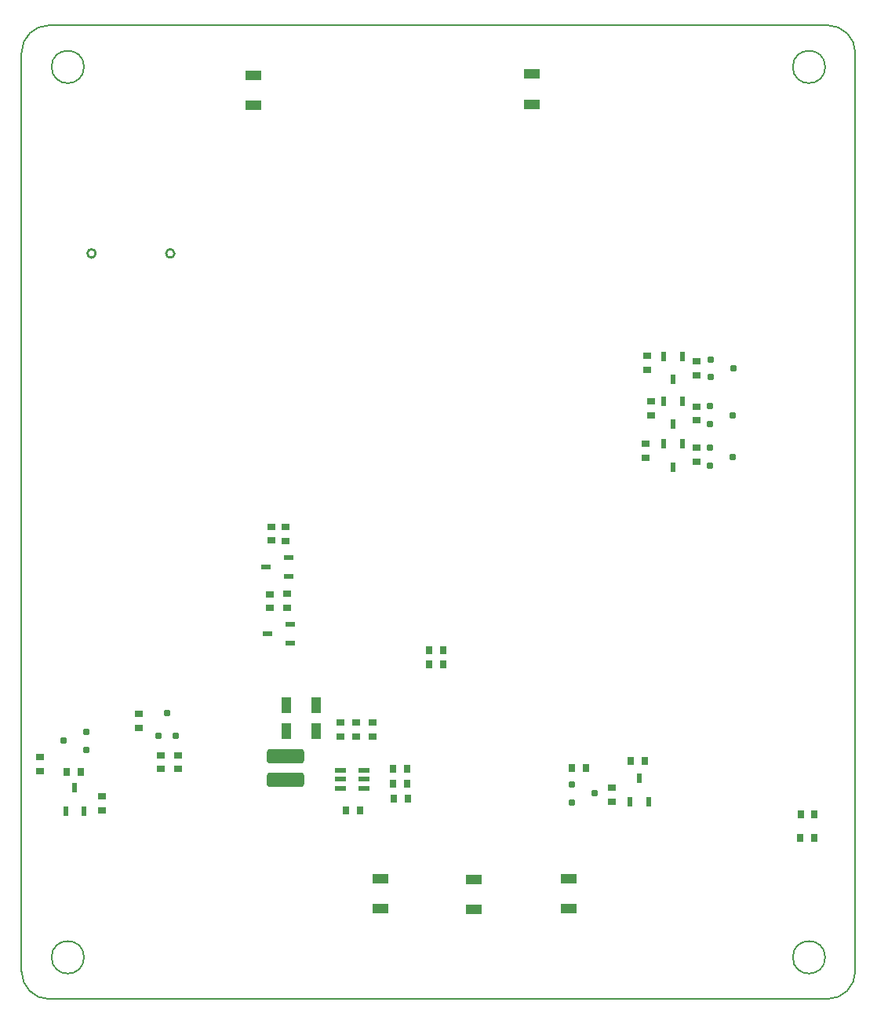
<source format=gbp>
%FSLAX25Y25*%
%MOIN*%
G70*
G01*
G75*
G04 Layer_Color=128*
%ADD10C,0.00800*%
%ADD11C,0.01000*%
%ADD12C,0.02000*%
%ADD13C,0.01200*%
%ADD14C,0.02000*%
%ADD15R,0.05906X0.05906*%
%ADD16R,0.02756X0.03347*%
%ADD17R,0.03347X0.02756*%
%ADD18R,0.03937X0.02362*%
G04:AMPARAMS|DCode=19|XSize=39.37mil|YSize=41.34mil|CornerRadius=5.91mil|HoleSize=0mil|Usage=FLASHONLY|Rotation=180.000|XOffset=0mil|YOffset=0mil|HoleType=Round|Shape=RoundedRectangle|*
%AMROUNDEDRECTD19*
21,1,0.03937,0.02953,0,0,180.0*
21,1,0.02756,0.04134,0,0,180.0*
1,1,0.01181,-0.01378,0.01476*
1,1,0.01181,0.01378,0.01476*
1,1,0.01181,0.01378,-0.01476*
1,1,0.01181,-0.01378,-0.01476*
%
%ADD19ROUNDEDRECTD19*%
G04:AMPARAMS|DCode=20|XSize=41.34mil|YSize=86.61mil|CornerRadius=6.2mil|HoleSize=0mil|Usage=FLASHONLY|Rotation=180.000|XOffset=0mil|YOffset=0mil|HoleType=Round|Shape=RoundedRectangle|*
%AMROUNDEDRECTD20*
21,1,0.04134,0.07421,0,0,180.0*
21,1,0.02894,0.08661,0,0,180.0*
1,1,0.01240,-0.01447,0.03711*
1,1,0.01240,0.01447,0.03711*
1,1,0.01240,0.01447,-0.03711*
1,1,0.01240,-0.01447,-0.03711*
%
%ADD20ROUNDEDRECTD20*%
%ADD21R,0.07874X0.07874*%
%ADD22R,0.07087X0.03937*%
%ADD23R,0.02000X0.05000*%
%ADD24R,0.02362X0.03937*%
%ADD25R,0.07874X0.07874*%
%ADD26R,0.02559X0.05315*%
%ADD27R,0.03937X0.05118*%
%ADD28R,0.05118X0.03937*%
G04:AMPARAMS|DCode=29|XSize=157.48mil|YSize=59.06mil|CornerRadius=8.86mil|HoleSize=0mil|Usage=FLASHONLY|Rotation=180.000|XOffset=0mil|YOffset=0mil|HoleType=Round|Shape=RoundedRectangle|*
%AMROUNDEDRECTD29*
21,1,0.15748,0.04134,0,0,180.0*
21,1,0.13976,0.05906,0,0,180.0*
1,1,0.01772,-0.06988,0.02067*
1,1,0.01772,0.06988,0.02067*
1,1,0.01772,0.06988,-0.02067*
1,1,0.01772,-0.06988,-0.02067*
%
%ADD29ROUNDEDRECTD29*%
%ADD30R,0.06299X0.03543*%
%ADD31R,0.03543X0.06299*%
%ADD32R,0.01969X0.09843*%
%ADD33R,0.03937X0.03150*%
%ADD34R,0.03150X0.03937*%
%ADD35R,0.09843X0.11811*%
%ADD36O,0.07087X0.02362*%
%ADD37O,0.02362X0.07087*%
%ADD38R,0.01575X0.03347*%
%ADD39R,0.01378X0.01181*%
%ADD40R,0.01378X0.00984*%
%ADD41R,0.01181X0.01181*%
%ADD42O,0.02500X0.05500*%
%ADD43R,0.02500X0.05500*%
%ADD44R,0.05000X0.05000*%
%ADD45R,0.07874X0.05000*%
G04:AMPARAMS|DCode=46|XSize=45mil|YSize=65mil|CornerRadius=5.63mil|HoleSize=0mil|Usage=FLASHONLY|Rotation=270.000|XOffset=0mil|YOffset=0mil|HoleType=Round|Shape=RoundedRectangle|*
%AMROUNDEDRECTD46*
21,1,0.04500,0.05375,0,0,270.0*
21,1,0.03375,0.06500,0,0,270.0*
1,1,0.01125,-0.02688,-0.01688*
1,1,0.01125,-0.02688,0.01688*
1,1,0.01125,0.02688,0.01688*
1,1,0.01125,0.02688,-0.01688*
%
%ADD46ROUNDEDRECTD46*%
%ADD47R,0.07874X0.06693*%
%ADD48O,0.06299X0.01181*%
%ADD49O,0.01181X0.06299*%
%ADD50R,0.06299X0.01181*%
%ADD51R,0.02559X0.04843*%
%ADD52R,0.02756X0.08268*%
%ADD53C,0.03000*%
%ADD54C,0.04000*%
%ADD55R,0.09200X0.08300*%
%ADD56R,0.49000X0.11200*%
%ADD57R,0.07000X0.08100*%
%ADD58R,0.06200X0.16300*%
%ADD59R,0.25800X0.06600*%
%ADD60R,0.08400X0.20000*%
%ADD61C,0.00500*%
%ADD62C,0.05906*%
%ADD63R,0.05906X0.05906*%
%ADD64R,0.07874X0.11811*%
%ADD65O,0.07874X0.11811*%
%ADD66C,0.03937*%
%ADD67O,0.11811X0.07874*%
%ADD68R,0.11811X0.07874*%
%ADD69C,0.03000*%
%ADD70C,0.04000*%
G04:AMPARAMS|DCode=71|XSize=23.62mil|YSize=25.59mil|CornerRadius=3.54mil|HoleSize=0mil|Usage=FLASHONLY|Rotation=90.000|XOffset=0mil|YOffset=0mil|HoleType=Round|Shape=RoundedRectangle|*
%AMROUNDEDRECTD71*
21,1,0.02362,0.01850,0,0,90.0*
21,1,0.01654,0.02559,0,0,90.0*
1,1,0.00709,0.00925,0.00827*
1,1,0.00709,0.00925,-0.00827*
1,1,0.00709,-0.00925,-0.00827*
1,1,0.00709,-0.00925,0.00827*
%
%ADD71ROUNDEDRECTD71*%
G04:AMPARAMS|DCode=72|XSize=23.62mil|YSize=25.59mil|CornerRadius=3.54mil|HoleSize=0mil|Usage=FLASHONLY|Rotation=180.000|XOffset=0mil|YOffset=0mil|HoleType=Round|Shape=RoundedRectangle|*
%AMROUNDEDRECTD72*
21,1,0.02362,0.01850,0,0,180.0*
21,1,0.01654,0.02559,0,0,180.0*
1,1,0.00709,-0.00827,0.00925*
1,1,0.00709,0.00827,0.00925*
1,1,0.00709,0.00827,-0.00925*
1,1,0.00709,-0.00827,-0.00925*
%
%ADD72ROUNDEDRECTD72*%
%ADD73R,0.05000X0.02000*%
%ADD74R,0.03937X0.07087*%
%ADD75C,0.05000*%
%ADD76R,0.27900X0.11200*%
%ADD77R,0.07100X0.27500*%
%ADD78C,0.02362*%
%ADD79C,0.00984*%
%ADD80C,0.00787*%
%ADD81C,0.00300*%
%ADD82C,0.01969*%
%ADD83C,0.00394*%
%ADD84C,0.00400*%
%ADD85C,0.00493*%
%ADD86C,0.00700*%
%ADD87R,0.02228X0.02472*%
%ADD88R,0.04800X0.00800*%
%ADD89R,0.03600X0.00700*%
%ADD90R,0.02400X0.00600*%
%ADD91R,0.01500X0.00500*%
%ADD92R,0.06706X0.06706*%
%ADD93R,0.03556X0.04147*%
%ADD94R,0.04147X0.03556*%
%ADD95R,0.04737X0.03162*%
G04:AMPARAMS|DCode=96|XSize=47.37mil|YSize=49.34mil|CornerRadius=7.11mil|HoleSize=0mil|Usage=FLASHONLY|Rotation=180.000|XOffset=0mil|YOffset=0mil|HoleType=Round|Shape=RoundedRectangle|*
%AMROUNDEDRECTD96*
21,1,0.04737,0.03513,0,0,180.0*
21,1,0.03316,0.04934,0,0,180.0*
1,1,0.01421,-0.01658,0.01756*
1,1,0.01421,0.01658,0.01756*
1,1,0.01421,0.01658,-0.01756*
1,1,0.01421,-0.01658,-0.01756*
%
%ADD96ROUNDEDRECTD96*%
G04:AMPARAMS|DCode=97|XSize=49.34mil|YSize=94.61mil|CornerRadius=7.4mil|HoleSize=0mil|Usage=FLASHONLY|Rotation=180.000|XOffset=0mil|YOffset=0mil|HoleType=Round|Shape=RoundedRectangle|*
%AMROUNDEDRECTD97*
21,1,0.04934,0.07981,0,0,180.0*
21,1,0.03454,0.09461,0,0,180.0*
1,1,0.01480,-0.01727,0.03991*
1,1,0.01480,0.01727,0.03991*
1,1,0.01480,0.01727,-0.03991*
1,1,0.01480,-0.01727,-0.03991*
%
%ADD97ROUNDEDRECTD97*%
%ADD98R,0.08674X0.08674*%
%ADD99R,0.07887X0.04737*%
%ADD100R,0.02800X0.05800*%
%ADD101R,0.03162X0.04737*%
%ADD102R,0.08674X0.08674*%
%ADD103R,0.03359X0.06115*%
%ADD104R,0.04737X0.05918*%
%ADD105R,0.05918X0.04737*%
G04:AMPARAMS|DCode=106|XSize=165.48mil|YSize=67.06mil|CornerRadius=10.06mil|HoleSize=0mil|Usage=FLASHONLY|Rotation=180.000|XOffset=0mil|YOffset=0mil|HoleType=Round|Shape=RoundedRectangle|*
%AMROUNDEDRECTD106*
21,1,0.16548,0.04694,0,0,180.0*
21,1,0.14536,0.06706,0,0,180.0*
1,1,0.02012,-0.07268,0.02347*
1,1,0.02012,0.07268,0.02347*
1,1,0.02012,0.07268,-0.02347*
1,1,0.02012,-0.07268,-0.02347*
%
%ADD106ROUNDEDRECTD106*%
%ADD107R,0.07099X0.04343*%
%ADD108R,0.04343X0.07099*%
%ADD109R,0.02769X0.10642*%
%ADD110R,0.04737X0.03950*%
%ADD111R,0.03950X0.04737*%
%ADD112R,0.10642X0.12611*%
%ADD113O,0.07887X0.03162*%
%ADD114O,0.03162X0.07887*%
%ADD115R,0.02375X0.04147*%
%ADD116R,0.02178X0.01981*%
%ADD117R,0.02178X0.01784*%
%ADD118R,0.01981X0.01981*%
%ADD119O,0.03300X0.06300*%
%ADD120R,0.03300X0.06300*%
%ADD121R,0.05800X0.05800*%
%ADD122R,0.08674X0.05800*%
G04:AMPARAMS|DCode=123|XSize=53mil|YSize=73mil|CornerRadius=6.63mil|HoleSize=0mil|Usage=FLASHONLY|Rotation=270.000|XOffset=0mil|YOffset=0mil|HoleType=Round|Shape=RoundedRectangle|*
%AMROUNDEDRECTD123*
21,1,0.05300,0.05975,0,0,270.0*
21,1,0.03975,0.07300,0,0,270.0*
1,1,0.01325,-0.02988,-0.01988*
1,1,0.01325,-0.02988,0.01988*
1,1,0.01325,0.02988,0.01988*
1,1,0.01325,0.02988,-0.01988*
%
%ADD123ROUNDEDRECTD123*%
%ADD124R,0.08674X0.07493*%
%ADD125O,0.07099X0.01981*%
%ADD126O,0.01981X0.07099*%
%ADD127R,0.07099X0.01981*%
%ADD128R,0.03359X0.05643*%
%ADD129R,0.03556X0.09068*%
%ADD130C,0.06706*%
%ADD131R,0.06706X0.06706*%
%ADD132R,0.08674X0.12611*%
%ADD133O,0.08674X0.12611*%
%ADD134C,0.04737*%
%ADD135O,0.12611X0.08674*%
%ADD136R,0.12611X0.08674*%
G04:AMPARAMS|DCode=137|XSize=31.62mil|YSize=33.59mil|CornerRadius=4.74mil|HoleSize=0mil|Usage=FLASHONLY|Rotation=90.000|XOffset=0mil|YOffset=0mil|HoleType=Round|Shape=RoundedRectangle|*
%AMROUNDEDRECTD137*
21,1,0.03162,0.02410,0,0,90.0*
21,1,0.02214,0.03359,0,0,90.0*
1,1,0.00949,0.01205,0.01107*
1,1,0.00949,0.01205,-0.01107*
1,1,0.00949,-0.01205,-0.01107*
1,1,0.00949,-0.01205,0.01107*
%
%ADD137ROUNDEDRECTD137*%
G04:AMPARAMS|DCode=138|XSize=31.62mil|YSize=33.59mil|CornerRadius=4.74mil|HoleSize=0mil|Usage=FLASHONLY|Rotation=180.000|XOffset=0mil|YOffset=0mil|HoleType=Round|Shape=RoundedRectangle|*
%AMROUNDEDRECTD138*
21,1,0.03162,0.02410,0,0,180.0*
21,1,0.02214,0.03359,0,0,180.0*
1,1,0.00949,-0.01107,0.01205*
1,1,0.00949,0.01107,0.01205*
1,1,0.00949,0.01107,-0.01205*
1,1,0.00949,-0.01107,-0.01205*
%
%ADD138ROUNDEDRECTD138*%
%ADD139R,0.05800X0.02800*%
%ADD140R,0.04737X0.07887*%
D11*
X19716Y316481D02*
G03*
X19716Y316481I-1772J0D01*
G01*
X53181D02*
G03*
X53181Y316481I-1772J0D01*
G01*
D16*
X247195Y101100D02*
D03*
X253100D02*
D03*
X222195Y98000D02*
D03*
X228100D02*
D03*
X167306Y148100D02*
D03*
X161400D02*
D03*
X161395Y142200D02*
D03*
X167300D02*
D03*
X325100Y68400D02*
D03*
X319195D02*
D03*
X325200Y78500D02*
D03*
X319295D02*
D03*
X7500Y96500D02*
D03*
X13406D02*
D03*
X126200Y80200D02*
D03*
X132106D02*
D03*
X152100Y91300D02*
D03*
X146195D02*
D03*
X152300Y85200D02*
D03*
X146395D02*
D03*
X152000Y97600D02*
D03*
X146095D02*
D03*
D17*
X238900Y83894D02*
D03*
Y89800D02*
D03*
X-3900Y96700D02*
D03*
Y102605D02*
D03*
X253900Y267000D02*
D03*
Y272905D02*
D03*
X275200Y264700D02*
D03*
Y270605D02*
D03*
X255600Y247800D02*
D03*
Y253706D02*
D03*
X275100Y245600D02*
D03*
Y251505D02*
D03*
X275153Y228000D02*
D03*
Y233906D02*
D03*
X253453Y229900D02*
D03*
Y235806D02*
D03*
X100298Y194519D02*
D03*
Y200424D02*
D03*
X101098Y166119D02*
D03*
Y172024D02*
D03*
X94398Y194619D02*
D03*
Y200524D02*
D03*
X93698Y165919D02*
D03*
Y171824D02*
D03*
X47298Y103519D02*
D03*
Y97613D02*
D03*
X37998Y121119D02*
D03*
Y115213D02*
D03*
X54798Y103519D02*
D03*
Y97613D02*
D03*
X123600Y117405D02*
D03*
Y111500D02*
D03*
X137400Y117306D02*
D03*
Y111400D02*
D03*
X130500Y117405D02*
D03*
Y111500D02*
D03*
X22400Y86006D02*
D03*
Y80100D02*
D03*
D18*
X101898Y187419D02*
D03*
X92055Y183482D02*
D03*
X101898Y179545D02*
D03*
X102453Y158969D02*
D03*
X92610Y155032D02*
D03*
X102453Y151095D02*
D03*
D22*
X86700Y379300D02*
D03*
Y392095D02*
D03*
X205000Y379800D02*
D03*
Y392595D02*
D03*
X180500Y38100D02*
D03*
Y50895D02*
D03*
X220593Y38400D02*
D03*
Y51195D02*
D03*
X140600Y38400D02*
D03*
Y51195D02*
D03*
D24*
X246826Y83900D02*
D03*
X250763Y93743D02*
D03*
X254700Y83900D02*
D03*
X261154Y253800D02*
D03*
X265090Y243957D02*
D03*
X269028Y253800D02*
D03*
X261154Y272900D02*
D03*
X265090Y263057D02*
D03*
X269028Y272900D02*
D03*
X261154Y235700D02*
D03*
X265090Y225857D02*
D03*
X269028Y235700D02*
D03*
X6926Y79800D02*
D03*
X10863Y89643D02*
D03*
X14800Y79800D02*
D03*
D29*
X100500Y92982D02*
D03*
Y103218D02*
D03*
D61*
X330709Y0D02*
G03*
X342520Y11811I0J11811D01*
G01*
X-11811D02*
G03*
X0Y0I11811J0D01*
G01*
X342520Y401575D02*
G03*
X330709Y413386I-11811J0D01*
G01*
X0D02*
G03*
X-11811Y401575I0J-11811D01*
G01*
X14764Y395670D02*
G03*
X14764Y395670I-6890J0D01*
G01*
X329725D02*
G03*
X329725Y395670I-6890J0D01*
G01*
Y17717D02*
G03*
X329725Y17717I-6890J0D01*
G01*
X14764D02*
G03*
X14764Y17717I-6890J0D01*
G01*
X-11811Y347999D02*
Y366326D01*
Y11811D02*
Y39370D01*
X0Y413386D02*
X330709D01*
X342520Y11811D02*
Y401575D01*
X0Y0D02*
X330709D01*
X-11811Y11811D02*
Y401575D01*
D71*
X231823Y87300D02*
D03*
X222177Y91040D02*
D03*
Y83560D02*
D03*
X281077Y263960D02*
D03*
Y271440D02*
D03*
X290723Y267700D02*
D03*
X280777Y244160D02*
D03*
Y251640D02*
D03*
X290423Y247900D02*
D03*
X15723Y113340D02*
D03*
Y105860D02*
D03*
X6077Y109600D02*
D03*
X280631Y226460D02*
D03*
Y233940D02*
D03*
X290276Y230200D02*
D03*
D72*
X53838Y111796D02*
D03*
X46358D02*
D03*
X50098Y121442D02*
D03*
D73*
X133600Y93240D02*
D03*
X123600Y89500D02*
D03*
Y96980D02*
D03*
Y93240D02*
D03*
X133600Y89500D02*
D03*
Y96980D02*
D03*
D74*
X100600Y124800D02*
D03*
X113395D02*
D03*
X100600Y113700D02*
D03*
X113395D02*
D03*
M02*

</source>
